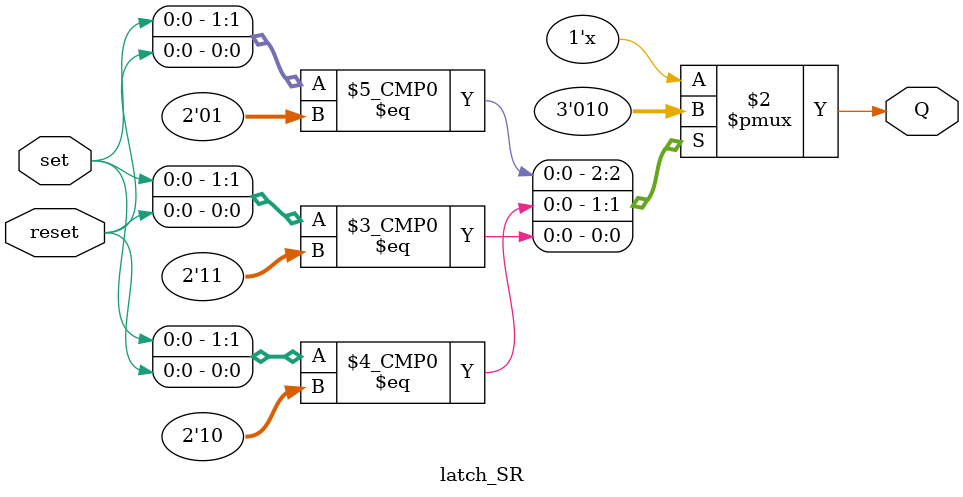
<source format=v>
module latch_SR ( input wire set, input wire reset,
                  output reg Q  );

  always @* begin
    case ({set, reset})
      2'b00: Q <= Q;
      2'b01: Q <= 1'b0;
      2'b10: Q <= 1'b1;
      2'b11: Q <= 1'b0;
    endcase
  end

endmodule

</source>
